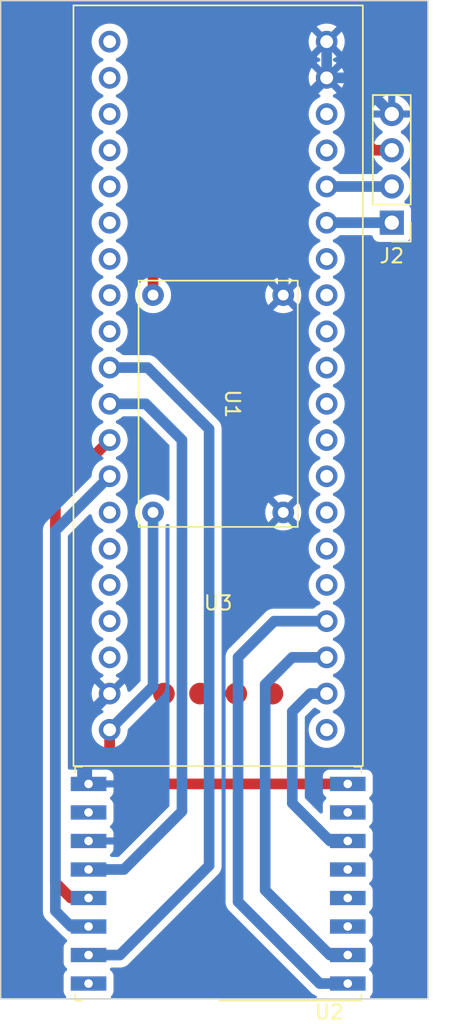
<source format=kicad_pcb>
(kicad_pcb (version 20221018) (generator pcbnew)
  (layers (0 "F.Cu" signal) (31 "B.Cu" signal) (34 "B.Paste" user) (35 "F.Paste" user) (36 "B.SilkS" user "B.Silkscreen") (37 "F.SilkS" user "F.Silkscreen") (38 "B.Mask" user) (39 "F.Mask" user) (44 "Edge.Cuts" user))
  (net 0 "")
  (net 1 "/PPM OUT")
  (net 2 "/PPM IN")
  (net 3 "+BATT")
  (net 4 "GND")
  (net 5 "+3V3")
  (net 6 "/RESET")
  (net 7 "/INTER")
  (net 11 "/AUX")
  (net 14 "/SCK")
  (net 15 "/MISO")
  (net 16 "/MOSI")
  (net 17 "/NSS")
  (net 48 "unconnected-(U3-PadPA0)")
  (footprint "My_Library:HOPERF_RFM69HW" (layer "F.Cu") (at 145.288 121.925 180)
    (fp_text reference "U2" (at -7.8 -9) (layer "F.SilkS"))
    (fp_text value "RFM69HW")
    (fp_line (start -10.05 -8.2) (end -10.05 -7.8) (stroke (width 0.1)) (layer "F.SilkS"))
    (fp_line (start -10.05 -8.2) (end -0.05 -8.2) (stroke (width 0.1)) (layer "F.SilkS"))
    (fp_line (start -10.05 7.8) (end -10.05 8.2) (stroke (width 0.1)) (layer "F.SilkS"))
    (fp_line (start -10.05 8.2) (end -9.55 8.2) (stroke (width 0.1)) (layer "F.SilkS"))
    (fp_line (start 9.55 -8.2) (end 10.05 -8.2) (stroke (width 0.1)) (layer "F.SilkS"))
    (fp_line (start 9.55 8.2) (end 10.05 8.2) (stroke (width 0.1)) (layer "F.SilkS"))
    (fp_line (start 10.05 -8.2) (end 10.05 -7.8) (stroke (width 0.1)) (layer "F.SilkS"))
    (fp_line (start 10.05 7.8) (end 10.05 8.2) (stroke (width 0.1)) (layer "F.SilkS"))
    (pad "1" thru_hole rect (at -9.1 -7 180) (size 2.5 1) (drill 0.6) (layers "*.Cu" "*.Mask") (net 6 "/RESET"))
    (pad "2" thru_hole rect (at -9.1 -5 180) (size 2.5 1) (drill 0.6) (layers "*.Cu" "*.Mask") (net 7 "/INTER"))
    (pad "3" thru_hole rect (at -9.1 -3 180) (size 2.5 1) (drill 0.6) (layers "*.Cu" "*.Mask"))
    (pad "4" thru_hole rect (at -9.1 -1 180) (size 2.5 1) (drill 0.6) (layers "*.Cu" "*.Mask"))
    (pad "5" thru_hole rect (at -9.1 1 180) (size 2.5 1) (drill 0.6) (layers "*.Cu" "*.Mask"))
    (pad "6" thru_hole rect (at -9.1 3 180) (size 2.5 1) (drill 0.6) (layers "*.Cu" "*.Mask") (net 11 "/AUX"))
    (pad "7" thru_hole rect (at -9.1 5 180) (size 2.5 1) (drill 0.6) (layers "*.Cu" "*.Mask"))
    (pad "8" thru_hole rect (at -9.1 7 180) (size 2.5 1) (drill 0.6) (layers "*.Cu" "*.Mask") (net 5 "+3V3"))
    (pad "9" thru_hole rect (at 9.1 7 180) (size 2.5 1) (drill 0.6) (layers "*.Cu" "*.Mask") (net 4 "GND"))
    (pad "10" thru_hole rect (at 9.1 5 180) (size 2.5 1) (drill 0.6) (layers "*.Cu" "*.Mask"))
    (pad "11" thru_hole rect (at 9.1 3 180) (size 2.5 1) (drill 0.6) (layers "*.Cu" "*.Mask") (net 4 "GND"))
    (pad "12" thru_hole rect (at 9.1 1 180) (size 2.5 1) (drill 0.6) (layers "*.Cu" "*.Mask") (net 14 "/SCK"))
    (pad "13" thru_hole rect (at 9.1 -1 180) (size 2.5 1) (drill 0.6) (layers "*.Cu" "*.Mask") (net 15 "/MISO"))
    (pad "14" thru_hole rect (at 9.1 -3 180) (size 2.5 1) (drill 0.6) (layers "*.Cu" "*.Mask") (net 16 "/MOSI"))
    (pad "15" thru_hole rect (at 9.1 -5 180) (size 2.5 1) (drill 0.6) (layers "*.Cu" "*.Mask") (net 17 "/NSS"))
    (pad "16" thru_hole rect (at 9.1 -7 180) (size 2.5 1) (drill 0.6) (layers "*.Cu" "*.Mask"))
  )
  (footprint "Connector_PinHeader_2.54mm:PinHeader_1x04_P2.54mm_Vertical" (layer "F.Cu") (at 157.48 75.565 180)
    (fp_text reference "J2" (at 0 -2.33) (layer "F.SilkS"))
    (fp_text value "Remote Umbilical")
    (fp_line (start -1.33 -1.33) (end 0 -1.33) (stroke (width 0.12)) (layer "F.SilkS"))
    (fp_line (start -1.33 0) (end -1.33 -1.33) (stroke (width 0.12)) (layer "F.SilkS"))
    (fp_line (start -1.33 1.27) (end -1.33 8.95) (stroke (width 0.12)) (layer "F.SilkS"))
    (fp_line (start -1.33 1.27) (end 1.33 1.27) (stroke (width 0.12)) (layer "F.SilkS"))
    (fp_line (start -1.33 8.95) (end 1.33 8.95) (stroke (width 0.12)) (layer "F.SilkS"))
    (fp_line (start 1.33 1.27) (end 1.33 8.95) (stroke (width 0.12)) (layer "F.SilkS"))
    (pad "1" thru_hole rect (at 0 0 180) (size 1.7 1.7) (drill 1) (layers "*.Cu" "*.Mask") (net 1 "/PPM OUT"))
    (pad "2" thru_hole oval (at 0 2.54 180) (size 1.7 1.7) (drill 1) (layers "*.Cu" "*.Mask") (net 2 "/PPM IN"))
    (pad "3" thru_hole oval (at 0 5.08 180) (size 1.7 1.7) (drill 1) (layers "*.Cu" "*.Mask") (net 3 "+BATT"))
    (pad "4" thru_hole oval (at 0 7.62 180) (size 1.7 1.7) (drill 1) (layers "*.Cu" "*.Mask") (net 4 "GND"))
  )
  (footprint "My_Library:blue_pill" (layer "F.Cu") (at 145.288 85.73)
    (fp_text reference "U3" (at 0 16.51) (layer "F.SilkS"))
    (fp_text value "BP")
    (fp_rect (start -10.16 -25.4) (end 10.16 27.94) (stroke (width 0.12)) (fill none) (layer "F.SilkS"))
    (pad "3V3" thru_hole circle (at -7.62 25.4) (size 1.524 1.524) (drill 0.9) (layers "*.Cu" "*.Mask") (net 5 "+3V3"))
    (pad "3V3" smd circle (at -3.81 22.86) (size 1.524 1.524) (layers "F.Cu" "F.Paste" "F.Mask") (net 5 "+3V3"))
    (pad "3V3" smd circle (at 1.27 -10.16) (size 1.524 1.524) (layers "F.Cu" "F.Paste" "F.Mask") (net 5 "+3V3"))
    (pad "3V3" smd circle (at 3.81 -10.16) (size 1.524 1.524) (layers "F.Cu" "F.Paste" "F.Mask") (net 5 "+3V3"))
    (pad "3V3" thru_hole circle (at 7.62 -17.78) (size 1.524 1.524) (drill 0.9) (layers "*.Cu" "*.Mask") (net 5 "+3V3"))
    (pad "5V" thru_hole circle (at -7.62 20.32) (size 1.524 1.524) (drill 0.9) (layers "*.Cu" "*.Mask"))
    (pad "BOOT" smd circle (at 3.81 -12.7) (size 1.524 1.524) (layers "F.Cu" "F.Paste" "F.Mask"))
    (pad "G" thru_hole circle (at -7.62 22.86) (size 1.524 1.524) (drill 0.9) (layers "*.Cu" "*.Mask") (net 4 "GND"))
    (pad "G" smd circle (at 1.27 -15.24) (size 1.524 1.524) (layers "F.Cu" "F.Paste" "F.Mask") (net 4 "GND"))
    (pad "G" smd circle (at 3.81 -15.24) (size 1.524 1.524) (layers "F.Cu" "F.Paste" "F.Mask") (net 4 "GND"))
    (pad "G" smd circle (at 3.81 22.86) (size 1.524 1.524) (layers "F.Cu" "F.Paste" "F.Mask") (net 4 "GND"))
    (pad "G" thru_hole circle (at 7.62 -22.86) (size 1.524 1.524) (drill 0.9) (layers "*.Cu" "*.Mask") (net 4 "GND"))
    (pad "G" thru_hole circle (at 7.62 -20.32) (size 1.524 1.524) (drill 0.9) (layers "*.Cu" "*.Mask") (net 4 "GND"))
    (pad "NRST" thru_hole circle (at 7.62 -15.24) (size 1.524 1.524) (drill 0.9) (layers "*.Cu" "*.Mask"))
    (pad "PA0" thru_hole circle (at 7.62 15.24) (size 1.524 1.524) (drill 0.9) (layers "*.Cu" "*.Mask") (net 48 "unconnected-(U3-PadPA0)"))
    (pad "PA1" thru_hole circle (at 7.62 12.7) (size 1.524 1.524) (drill 0.9) (layers "*.Cu" "*.Mask"))
    (pad "PA2" thru_hole circle (at 7.62 10.16) (size 1.524 1.524) (drill 0.9) (layers "*.Cu" "*.Mask"))
    (pad "PA3" thru_hole circle (at 7.62 7.62) (size 1.524 1.524) (drill 0.9) (layers "*.Cu" "*.Mask"))
    (pad "PA4" thru_hole circle (at 7.62 5.08) (size 1.524 1.524) (drill 0.9) (layers "*.Cu" "*.Mask"))
    (pad "PA5" thru_hole circle (at 7.62 2.54) (size 1.524 1.524) (drill 0.9) (layers "*.Cu" "*.Mask"))
    (pad "PA6" thru_hole circle (at 7.62 0) (size 1.524 1.524) (drill 0.9) (layers "*.Cu" "*.Mask"))
    (pad "PA7" thru_hole circle (at 7.62 -2.54) (size 1.524 1.524) (drill 0.9) (layers "*.Cu" "*.Mask"))
    (pad "PA8" thru_hole circle (at -7.62 -12.7) (size 1.524 1.524) (drill 0.9) (layers "*.Cu" "*.Mask"))
    (pad "PA9" thru_hole circle (at -7.62 -10.16) (size 1.524 1.524) (drill 0.9) (layers "*.Cu" "*.Mask"))
    (pad "PA10" thru_hole circle (at -7.62 -7.62) (size 1.524 1.524) (drill 0.9) (layers "*.Cu" "*.Mask"))
    (pad "PA11" thru_hole circle (at -7.62 -5.08) (size 1.524 1.524) (drill 0.9) (layers "*.Cu" "*.Mask"))
    (pad "PA12" thru_hole circle (at -7.62 -2.54) (size 1.524 1.524) (drill 0.9) (layers "*.Cu" "*.Mask"))
    (pad "PA15" thru_hole circle (at -7.62 0) (size 1.524 1.524) (drill 0.9) (layers "*.Cu" "*.Mask") (net 17 "/NSS"))
    (pad "PB0" thru_hole circle (at 7.62 -5.08) (size 1.524 1.524) (drill 0.9) (layers "*.Cu" "*.Mask"))
    (pad "PB1" thru_hole circle (at 7.62 -7.62) (size 1.524 1.524) (drill 0.9) (layers "*.Cu" "*.Mask"))
    (pad "PB2" smd circle (at 1.27 -12.7) (size 1.524 1.524) (layers "F.Cu" "F.Paste" "F.Mask"))
    (pad "PB3" thru_hole circle (at -7.62 2.54) (size 1.524 1.524) (drill 0.9) (layers "*.Cu" "*.Mask") (net 14 "/SCK"))
    (pad "PB4" thru_hole circle (at -7.62 5.08) (size 1.524 1.524) (drill 0.9) (layers "*.Cu" "*.Mask") (net 15 "/MISO"))
    (pad "PB5" thru_hole circle (at -7.62 7.62) (size 1.524 1.524) (drill 0.9) (layers "*.Cu" "*.Mask") (net 16 "/MOSI"))
    (pad "PB6" thru_hole circle (at -7.62 10.16) (size 1.524 1.524) (drill 0.9) (layers "*.Cu" "*.Mask"))
    (pad "PB7" thru_hole circle (at -7.62 12.7) (size 1.524 1.524) (drill 0.9) (layers "*.Cu" "*.Mask"))
    (pad "PB8" thru_hole circle (at -7.62 15.24) (size 1.524 1.524) (drill 0.9) (layers "*.Cu" "*.Mask"))
    (pad "PB9" thru_hole circle (at -7.62 17.78) (size 1.524 1.524) (drill 0.9) (layers "*.Cu" "*.Mask"))
    (pad "PB10" thru_hole circle (at 7.62 -10.16) (size 1.524 1.524) (drill 0.9) (layers "*.Cu" "*.Mask") (net 1 "/PPM OUT"))
    (pad "PB11" thru_hole circle (at 7.62 -12.7) (size 1.524 1.524) (drill 0.9) (layers "*.Cu" "*.Mask") (net 2 "/PPM IN"))
    (pad "PB12" thru_hole circle (at -7.62 -22.86) (size 1.524 1.524) (drill 0.9) (layers "*.Cu" "*.Mask"))
    (pad "PB13" thru_hole circle (at -7.62 -20.32) (size 1.524 1.524) (drill 0.9) (layers "*.Cu" "*.Mask"))
    (pad "PB14" thru_hole circle (at -7.62 -17.78) (size 1.524 1.524) (drill 0.9) (layers "*.Cu" "*.Mask"))
    (pad "PB15" thru_hole circle (at -7.62 -15.24) (size 1.524 1.524) (drill 0.9) (layers "*.Cu" "*.Mask"))
    (pad "PC13" thru_hole circle (at 7.62 22.86) (size 1.524 1.524) (drill 0.9) (layers "*.Cu" "*.Mask") (net 11 "/AUX"))
    (pad "PC14" thru_hole circle (at 7.62 20.32) (size 1.524 1.524) (drill 0.9) (layers "*.Cu" "*.Mask") (net 7 "/INTER"))
    (pad "PC15" thru_hole circle (at 7.62 17.78) (size 1.524 1.524) (drill 0.9) (layers "*.Cu" "*.Mask") (net 6 "/RESET"))
    (pad "SCK" smd circle (at 1.27 22.86) (size 1.524 1.524) (layers "F.Cu" "F.Paste" "F.Mask"))
    (pad "SWO" smd circle (at -1.27 22.86) (size 1.524 1.524) (layers "F.Cu" "F.Paste" "F.Mask"))
    (pad "VBAT" thru_hole circle (at 7.62 25.4) (size 1.524 1.524) (drill 0.9) (layers "*.Cu" "*.Mask"))
  )
  (footprint "My_Library:Mini360" (layer "F.Cu") (at 145.288 88.265 -90)
    (fp_text reference "U1" (at 0 -1.008 -90 unlocked) (layer "F.SilkS"))
    (fp_text value "Mini360")
    (fp_rect (start 8.636 -5.588) (end -8.636 5.588) (stroke (width 0.12)) (fill none) (layer "F.SilkS"))
    (pad "1" thru_hole circle (at -7.62 -4.572 270) (size 1.524 1.524) (drill 0.762) (layers "*.Cu" "*.Mask") (net 4 "GND"))
    (pad "2" thru_hole circle (at -7.62 4.572 270) (size 1.524 1.524) (drill 0.762) (layers "*.Cu" "*.Mask") (net 3 "+BATT"))
    (pad "3" thru_hole circle (at 7.62 -4.572 270) (size 1.524 1.524) (drill 0.762) (layers "*.Cu" "*.Mask") (net 4 "GND"))
    (pad "4" thru_hole circle (at 7.62 4.572 270) (size 1.524 1.524) (drill 0.762) (layers "*.Cu" "*.Mask") (net 5 "+3V3"))
  )
  (gr_rect (start 130.02 60) (end 160.02 130) (stroke (width 0.1)) (fill none) (layer "Edge.Cuts"))
  (segment (start 157.48 75.565) (end 152.913 75.565) (width 0.75) (layer "B.Cu") (net 1))
  (segment (start 152.913 75.565) (end 152.908 75.57) (width 0.75) (layer "B.Cu") (net 1))
  (segment (start 152.908 73.03) (end 157.475 73.03) (width 0.75) (layer "B.Cu") (net 2))
  (segment (start 157.475 73.03) (end 157.48 73.025) (width 0.75) (layer "B.Cu") (net 2))
  (segment (start 140.716 80.645) (end 140.716 69.469) (width 0.75) (layer "F.Cu") (net 3))
  (segment (start 154.94 62.23) (end 154.94 69.215) (width 0.75) (layer "F.Cu") (net 3))
  (segment (start 156.21 70.485) (end 157.48 70.485) (width 0.75) (layer "F.Cu") (net 3))
  (segment (start 140.716 69.469) (end 149.225 60.96) (width 0.75) (layer "F.Cu") (net 3))
  (segment (start 153.67 60.96) (end 154.94 62.23) (width 0.75) (layer "F.Cu") (net 3))
  (segment (start 154.94 69.215) (end 156.21 70.485) (width 0.75) (layer "F.Cu") (net 3))
  (segment (start 149.225 60.96) (end 153.67 60.96) (width 0.75) (layer "F.Cu") (net 3))
  (segment (start 152.908 65.41) (end 154.945 65.41) (width 0.75) (layer "B.Cu") (net 4))
  (segment (start 135.763 114.5) (end 135.763 110.495) (width 0.75) (layer "B.Cu") (net 4))
  (segment (start 136.188 114.925) (end 135.763 114.5) (width 0.75) (layer "B.Cu") (net 4))
  (segment (start 149.86 80.645) (end 149.86 68.458) (width 0.75) (layer "B.Cu") (net 4))
  (segment (start 152.908 62.87) (end 152.908 65.41) (width 0.75) (layer "B.Cu") (net 4))
  (segment (start 154.945 65.41) (end 157.48 67.945) (width 0.75) (layer "B.Cu") (net 4))
  (segment (start 135.763 110.495) (end 137.668 108.59) (width 0.75) (layer "B.Cu") (net 4))
  (segment (start 149.86 68.458) (end 152.908 65.41) (width 0.75) (layer "B.Cu") (net 4))
  (segment (start 137.668 111.13) (end 137.668 113.035) (width 0.75) (layer "F.Cu") (net 5))
  (segment (start 139.573 114.94) (end 140.208 114.94) (width 0.75) (layer "F.Cu") (net 5))
  (segment (start 137.668 113.035) (end 139.573 114.94) (width 0.75) (layer "F.Cu") (net 5))
  (segment (start 140.208 114.94) (end 140.223 114.925) (width 0.75) (layer "F.Cu") (net 5))
  (segment (start 140.223 114.925) (end 154.388 114.925) (width 0.75) (layer "F.Cu") (net 5))
  (segment (start 140.716 95.885) (end 140.716 108.082) (width 0.75) (layer "B.Cu") (net 5))
  (segment (start 140.716 108.082) (end 137.668 111.13) (width 0.75) (layer "B.Cu") (net 5))
  (segment (start 146.685 123.19) (end 146.685 106.045) (width 0.75) (layer "B.Cu") (net 6))
  (segment (start 146.685 106.045) (end 149.22 103.51) (width 0.75) (layer "B.Cu") (net 6))
  (segment (start 154.388 128.925) (end 152.42 128.925) (width 0.75) (layer "B.Cu") (net 6))
  (segment (start 152.42 128.925) (end 146.685 123.19) (width 0.75) (layer "B.Cu") (net 6))
  (segment (start 149.22 103.51) (end 152.908 103.51) (width 0.75) (layer "B.Cu") (net 6))
  (segment (start 148.59 107.95) (end 150.49 106.05) (width 0.75) (layer "B.Cu") (net 7))
  (segment (start 148.59 122.377) (end 148.59 107.95) (width 0.75) (layer "B.Cu") (net 7))
  (segment (start 150.49 106.05) (end 152.908 106.05) (width 0.75) (layer "B.Cu") (net 7))
  (segment (start 154.388 126.925) (end 153.138 126.925) (width 0.75) (layer "B.Cu") (net 7))
  (segment (start 153.138 126.925) (end 148.59 122.377) (width 0.75) (layer "B.Cu") (net 7))
  (segment (start 153.138 118.925) (end 150.495 116.282) (width 0.75) (layer "B.Cu") (net 11))
  (segment (start 150.495 116.282) (end 150.495 109.855) (width 0.75) (layer "B.Cu") (net 11))
  (segment (start 150.495 109.855) (end 151.76 108.59) (width 0.75) (layer "B.Cu") (net 11))
  (segment (start 151.76 108.59) (end 152.908 108.59) (width 0.75) (layer "B.Cu") (net 11))
  (segment (start 154.388 118.925) (end 153.138 118.925) (width 0.75) (layer "B.Cu") (net 11))
  (segment (start 140.208 88.27) (end 137.668 88.27) (width 0.75) (layer "B.Cu") (net 14))
  (segment (start 138.668 120.925) (end 142.748 116.845) (width 0.75) (layer "B.Cu") (net 14))
  (segment (start 136.188 120.925) (end 138.668 120.925) (width 0.75) (layer "B.Cu") (net 14))
  (segment (start 142.748 90.81) (end 140.208 88.27) (width 0.75) (layer "B.Cu") (net 14))
  (segment (start 142.748 116.845) (end 142.748 90.81) (width 0.75) (layer "B.Cu") (net 14))
  (segment (start 136.188 122.925) (end 134.938 122.925) (width 0.75) (layer "F.Cu") (net 15))
  (segment (start 134.938 122.925) (end 133.858 121.845) (width 0.75) (layer "F.Cu") (net 15))
  (segment (start 133.858 94.62) (end 137.668 90.81) (width 0.75) (layer "F.Cu") (net 15))
  (segment (start 133.858 121.845) (end 133.858 94.62) (width 0.75) (layer "F.Cu") (net 15))
  (segment (start 137.668 93.35) (end 133.858 97.16) (width 0.75) (layer "B.Cu") (net 16))
  (segment (start 133.858 97.16) (end 133.858 123.83) (width 0.75) (layer "B.Cu") (net 16))
  (segment (start 134.953 124.925) (end 136.188 124.925) (width 0.75) (layer "B.Cu") (net 16))
  (segment (start 133.858 123.83) (end 134.953 124.925) (width 0.75) (layer "B.Cu") (net 16))
  (segment (start 140.34 85.73) (end 144.653 90.043) (width 0.75) (layer "B.Cu") (net 17))
  (segment (start 144.653 120.655) (end 138.383 126.925) (width 0.75) (layer "B.Cu") (net 17))
  (segment (start 137.668 85.73) (end 140.34 85.73) (width 0.75) (layer "B.Cu") (net 17))
  (segment (start 138.383 126.925) (end 136.188 126.925) (width 0.75) (layer "B.Cu") (net 17))
  (segment (start 144.653 90.043) (end 144.653 120.655) (width 0.75) (layer "B.Cu") (net 17))
  (segment (start 152.918 100.98) (end 152.908 100.97) (width 0.75) (layer "B.Cu") (net 48))
  (zone (net 4) (net_name "GND") (layer "B.Cu") (connect_pads (clearance 0.5)) (min_thickness 0.25) (fill yes (thermal_gap 0.5) (thermal_bridge_width 0.5))
    (polygon (pts (xy 130.02 60) (xy 160.02 60) (xy 160.02 130) (xy 130.02 130)))
  )
)
</source>
